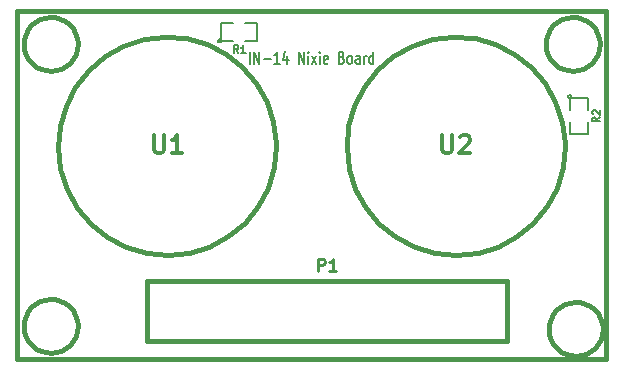
<source format=gto>
G04 (created by PCBNEW-RS274X (2011-04-29 BZR 2986)-stable) date 6/2/2011 10:57:15 PM*
G01*
G70*
G90*
%MOIN*%
G04 Gerber Fmt 3.4, Leading zero omitted, Abs format*
%FSLAX34Y34*%
G04 APERTURE LIST*
%ADD10C,0.006000*%
%ADD11C,0.015000*%
%ADD12C,0.007500*%
%ADD13C,0.005000*%
%ADD14C,0.010000*%
%ADD15C,0.012000*%
G04 APERTURE END LIST*
G54D10*
G54D11*
X07600Y-18600D02*
X27200Y-18600D01*
X07600Y-07000D02*
X27200Y-07000D01*
G54D12*
X15343Y-08762D02*
X15343Y-08362D01*
X15486Y-08762D02*
X15486Y-08362D01*
X15658Y-08762D01*
X15658Y-08362D01*
X15800Y-08610D02*
X16029Y-08610D01*
X16329Y-08762D02*
X16157Y-08762D01*
X16243Y-08762D02*
X16243Y-08362D01*
X16214Y-08419D01*
X16186Y-08457D01*
X16157Y-08476D01*
X16586Y-08495D02*
X16586Y-08762D01*
X16515Y-08343D02*
X16443Y-08629D01*
X16629Y-08629D01*
X16972Y-08762D02*
X16972Y-08362D01*
X17144Y-08762D01*
X17144Y-08362D01*
X17286Y-08762D02*
X17286Y-08495D01*
X17286Y-08362D02*
X17272Y-08381D01*
X17286Y-08400D01*
X17301Y-08381D01*
X17286Y-08362D01*
X17286Y-08400D01*
X17401Y-08762D02*
X17558Y-08495D01*
X17401Y-08495D02*
X17558Y-08762D01*
X17672Y-08762D02*
X17672Y-08495D01*
X17672Y-08362D02*
X17658Y-08381D01*
X17672Y-08400D01*
X17687Y-08381D01*
X17672Y-08362D01*
X17672Y-08400D01*
X17930Y-08743D02*
X17901Y-08762D01*
X17844Y-08762D01*
X17815Y-08743D01*
X17801Y-08705D01*
X17801Y-08552D01*
X17815Y-08514D01*
X17844Y-08495D01*
X17901Y-08495D01*
X17930Y-08514D01*
X17944Y-08552D01*
X17944Y-08590D01*
X17801Y-08629D01*
X18401Y-08552D02*
X18444Y-08571D01*
X18459Y-08590D01*
X18473Y-08629D01*
X18473Y-08686D01*
X18459Y-08724D01*
X18444Y-08743D01*
X18416Y-08762D01*
X18301Y-08762D01*
X18301Y-08362D01*
X18401Y-08362D01*
X18430Y-08381D01*
X18444Y-08400D01*
X18459Y-08438D01*
X18459Y-08476D01*
X18444Y-08514D01*
X18430Y-08533D01*
X18401Y-08552D01*
X18301Y-08552D01*
X18644Y-08762D02*
X18616Y-08743D01*
X18601Y-08724D01*
X18587Y-08686D01*
X18587Y-08571D01*
X18601Y-08533D01*
X18616Y-08514D01*
X18644Y-08495D01*
X18687Y-08495D01*
X18716Y-08514D01*
X18730Y-08533D01*
X18744Y-08571D01*
X18744Y-08686D01*
X18730Y-08724D01*
X18716Y-08743D01*
X18687Y-08762D01*
X18644Y-08762D01*
X19001Y-08762D02*
X19001Y-08552D01*
X18987Y-08514D01*
X18958Y-08495D01*
X18901Y-08495D01*
X18872Y-08514D01*
X19001Y-08743D02*
X18972Y-08762D01*
X18901Y-08762D01*
X18872Y-08743D01*
X18858Y-08705D01*
X18858Y-08667D01*
X18872Y-08629D01*
X18901Y-08610D01*
X18972Y-08610D01*
X19001Y-08590D01*
X19143Y-08762D02*
X19143Y-08495D01*
X19143Y-08571D02*
X19158Y-08533D01*
X19172Y-08514D01*
X19201Y-08495D01*
X19229Y-08495D01*
X19458Y-08762D02*
X19458Y-08362D01*
X19458Y-08743D02*
X19429Y-08762D01*
X19372Y-08762D01*
X19344Y-08743D01*
X19329Y-08724D01*
X19315Y-08686D01*
X19315Y-08571D01*
X19329Y-08533D01*
X19344Y-08514D01*
X19372Y-08495D01*
X19429Y-08495D01*
X19458Y-08514D01*
G54D11*
X07581Y-07000D02*
X07581Y-18600D01*
X27200Y-18600D02*
X27200Y-07000D01*
G54D13*
X14381Y-08000D02*
X14380Y-08009D01*
X14377Y-08019D01*
X14372Y-08027D01*
X14366Y-08035D01*
X14358Y-08041D01*
X14350Y-08046D01*
X14341Y-08048D01*
X14331Y-08049D01*
X14322Y-08049D01*
X14313Y-08046D01*
X14304Y-08041D01*
X14297Y-08035D01*
X14290Y-08028D01*
X14286Y-08019D01*
X14283Y-08010D01*
X14282Y-08000D01*
X14282Y-07991D01*
X14285Y-07982D01*
X14289Y-07973D01*
X14296Y-07966D01*
X14303Y-07959D01*
X14311Y-07955D01*
X14321Y-07952D01*
X14330Y-07951D01*
X14339Y-07951D01*
X14349Y-07954D01*
X14357Y-07958D01*
X14365Y-07964D01*
X14371Y-07972D01*
X14376Y-07980D01*
X14379Y-07989D01*
X14380Y-07999D01*
X14381Y-08000D01*
X14781Y-08000D02*
X14381Y-08000D01*
X14381Y-08000D02*
X14381Y-07400D01*
X14381Y-07400D02*
X14781Y-07400D01*
X15181Y-07400D02*
X15581Y-07400D01*
X15581Y-07400D02*
X15581Y-08000D01*
X15581Y-08000D02*
X15181Y-08000D01*
X26050Y-09850D02*
X26049Y-09859D01*
X26046Y-09869D01*
X26041Y-09877D01*
X26035Y-09885D01*
X26027Y-09891D01*
X26019Y-09896D01*
X26010Y-09898D01*
X26000Y-09899D01*
X25991Y-09899D01*
X25982Y-09896D01*
X25973Y-09891D01*
X25966Y-09885D01*
X25959Y-09878D01*
X25955Y-09869D01*
X25952Y-09860D01*
X25951Y-09850D01*
X25951Y-09841D01*
X25954Y-09832D01*
X25958Y-09823D01*
X25965Y-09816D01*
X25972Y-09809D01*
X25980Y-09805D01*
X25990Y-09802D01*
X25999Y-09801D01*
X26008Y-09801D01*
X26018Y-09804D01*
X26026Y-09808D01*
X26034Y-09814D01*
X26040Y-09822D01*
X26045Y-09830D01*
X26048Y-09839D01*
X26049Y-09849D01*
X26050Y-09850D01*
X26000Y-10300D02*
X26000Y-09900D01*
X26000Y-09900D02*
X26600Y-09900D01*
X26600Y-09900D02*
X26600Y-10300D01*
X26600Y-10700D02*
X26600Y-11100D01*
X26600Y-11100D02*
X26000Y-11100D01*
X26000Y-11100D02*
X26000Y-10700D01*
G54D11*
X11900Y-16000D02*
X11900Y-18000D01*
X11900Y-18000D02*
X23900Y-18000D01*
X23900Y-18000D02*
X23900Y-16000D01*
X23900Y-16000D02*
X11900Y-16000D01*
X27000Y-08100D02*
X26982Y-08274D01*
X26932Y-08442D01*
X26849Y-08598D01*
X26738Y-08734D01*
X26603Y-08846D01*
X26448Y-08929D01*
X26280Y-08981D01*
X26106Y-08999D01*
X25932Y-08984D01*
X25763Y-08934D01*
X25608Y-08853D01*
X25471Y-08743D01*
X25358Y-08608D01*
X25273Y-08454D01*
X25220Y-08287D01*
X25201Y-08112D01*
X25215Y-07938D01*
X25264Y-07769D01*
X25344Y-07613D01*
X25453Y-07475D01*
X25587Y-07361D01*
X25740Y-07276D01*
X25907Y-07221D01*
X26082Y-07201D01*
X26256Y-07214D01*
X26425Y-07261D01*
X26582Y-07341D01*
X26720Y-07449D01*
X26835Y-07582D01*
X26922Y-07734D01*
X26977Y-07901D01*
X26999Y-08075D01*
X27000Y-08100D01*
X27100Y-17600D02*
X27082Y-17774D01*
X27032Y-17942D01*
X26949Y-18098D01*
X26838Y-18234D01*
X26703Y-18346D01*
X26548Y-18429D01*
X26380Y-18481D01*
X26206Y-18499D01*
X26032Y-18484D01*
X25863Y-18434D01*
X25708Y-18353D01*
X25571Y-18243D01*
X25458Y-18108D01*
X25373Y-17954D01*
X25320Y-17787D01*
X25301Y-17612D01*
X25315Y-17438D01*
X25364Y-17269D01*
X25444Y-17113D01*
X25553Y-16975D01*
X25687Y-16861D01*
X25840Y-16776D01*
X26007Y-16721D01*
X26182Y-16701D01*
X26356Y-16714D01*
X26525Y-16761D01*
X26682Y-16841D01*
X26820Y-16949D01*
X26935Y-17082D01*
X27022Y-17234D01*
X27077Y-17401D01*
X27099Y-17575D01*
X27100Y-17600D01*
X09600Y-17500D02*
X09582Y-17674D01*
X09532Y-17842D01*
X09449Y-17998D01*
X09338Y-18134D01*
X09203Y-18246D01*
X09048Y-18329D01*
X08880Y-18381D01*
X08706Y-18399D01*
X08532Y-18384D01*
X08363Y-18334D01*
X08208Y-18253D01*
X08071Y-18143D01*
X07958Y-18008D01*
X07873Y-17854D01*
X07820Y-17687D01*
X07801Y-17512D01*
X07815Y-17338D01*
X07864Y-17169D01*
X07944Y-17013D01*
X08053Y-16875D01*
X08187Y-16761D01*
X08340Y-16676D01*
X08507Y-16621D01*
X08682Y-16601D01*
X08856Y-16614D01*
X09025Y-16661D01*
X09182Y-16741D01*
X09320Y-16849D01*
X09435Y-16982D01*
X09522Y-17134D01*
X09577Y-17301D01*
X09599Y-17475D01*
X09600Y-17500D01*
X09600Y-08100D02*
X09582Y-08274D01*
X09532Y-08442D01*
X09449Y-08598D01*
X09338Y-08734D01*
X09203Y-08846D01*
X09048Y-08929D01*
X08880Y-08981D01*
X08706Y-08999D01*
X08532Y-08984D01*
X08363Y-08934D01*
X08208Y-08853D01*
X08071Y-08743D01*
X07958Y-08608D01*
X07873Y-08454D01*
X07820Y-08287D01*
X07801Y-08112D01*
X07815Y-07938D01*
X07864Y-07769D01*
X07944Y-07613D01*
X08053Y-07475D01*
X08187Y-07361D01*
X08340Y-07276D01*
X08507Y-07221D01*
X08682Y-07201D01*
X08856Y-07214D01*
X09025Y-07261D01*
X09182Y-07341D01*
X09320Y-07449D01*
X09435Y-07582D01*
X09522Y-07734D01*
X09577Y-07901D01*
X09599Y-08075D01*
X09600Y-08100D01*
X16219Y-11500D02*
X16149Y-12206D01*
X15944Y-12886D01*
X15611Y-13513D01*
X15162Y-14063D01*
X14615Y-14516D01*
X13990Y-14853D01*
X13312Y-15063D01*
X12606Y-15137D01*
X11900Y-15073D01*
X11219Y-14873D01*
X10589Y-14544D01*
X10036Y-14099D01*
X09580Y-13555D01*
X09238Y-12933D01*
X09023Y-12256D01*
X08944Y-11550D01*
X09003Y-10844D01*
X09199Y-10161D01*
X09524Y-09530D01*
X09965Y-08973D01*
X10505Y-08513D01*
X11125Y-08167D01*
X11800Y-07947D01*
X12505Y-07863D01*
X13212Y-07918D01*
X13896Y-08109D01*
X14530Y-08429D01*
X15089Y-08866D01*
X15553Y-09403D01*
X15904Y-10021D01*
X16128Y-10695D01*
X16217Y-11399D01*
X16219Y-11500D01*
X25838Y-11500D02*
X25768Y-12206D01*
X25563Y-12886D01*
X25230Y-13513D01*
X24781Y-14063D01*
X24234Y-14516D01*
X23609Y-14853D01*
X22931Y-15063D01*
X22225Y-15137D01*
X21519Y-15073D01*
X20838Y-14873D01*
X20208Y-14544D01*
X19655Y-14099D01*
X19199Y-13555D01*
X18857Y-12933D01*
X18642Y-12256D01*
X18563Y-11550D01*
X18622Y-10844D01*
X18818Y-10161D01*
X19143Y-09530D01*
X19584Y-08973D01*
X20124Y-08513D01*
X20744Y-08167D01*
X21419Y-07947D01*
X22124Y-07863D01*
X22831Y-07918D01*
X23515Y-08109D01*
X24149Y-08429D01*
X24708Y-08866D01*
X25172Y-09403D01*
X25523Y-10021D01*
X25747Y-10695D01*
X25836Y-11399D01*
X25838Y-11500D01*
G54D13*
X14958Y-08401D02*
X14875Y-08282D01*
X14816Y-08401D02*
X14816Y-08151D01*
X14911Y-08151D01*
X14935Y-08163D01*
X14946Y-08175D01*
X14958Y-08199D01*
X14958Y-08235D01*
X14946Y-08258D01*
X14935Y-08270D01*
X14911Y-08282D01*
X14816Y-08282D01*
X15196Y-08401D02*
X15054Y-08401D01*
X15125Y-08401D02*
X15125Y-08151D01*
X15101Y-08187D01*
X15077Y-08211D01*
X15054Y-08223D01*
X27001Y-10542D02*
X26882Y-10625D01*
X27001Y-10684D02*
X26751Y-10684D01*
X26751Y-10589D01*
X26763Y-10565D01*
X26775Y-10554D01*
X26799Y-10542D01*
X26835Y-10542D01*
X26858Y-10554D01*
X26870Y-10565D01*
X26882Y-10589D01*
X26882Y-10684D01*
X26775Y-10446D02*
X26763Y-10434D01*
X26751Y-10411D01*
X26751Y-10351D01*
X26763Y-10327D01*
X26775Y-10315D01*
X26799Y-10304D01*
X26823Y-10304D01*
X26858Y-10315D01*
X27001Y-10458D01*
X27001Y-10304D01*
G54D14*
X17605Y-15662D02*
X17605Y-15262D01*
X17758Y-15262D01*
X17796Y-15281D01*
X17815Y-15300D01*
X17834Y-15338D01*
X17834Y-15395D01*
X17815Y-15433D01*
X17796Y-15452D01*
X17758Y-15471D01*
X17605Y-15471D01*
X18215Y-15662D02*
X17986Y-15662D01*
X18100Y-15662D02*
X18100Y-15262D01*
X18062Y-15319D01*
X18024Y-15357D01*
X17986Y-15376D01*
G54D15*
X12143Y-11143D02*
X12143Y-11629D01*
X12171Y-11686D01*
X12200Y-11714D01*
X12257Y-11743D01*
X12371Y-11743D01*
X12429Y-11714D01*
X12457Y-11686D01*
X12486Y-11629D01*
X12486Y-11143D01*
X13086Y-11743D02*
X12743Y-11743D01*
X12915Y-11743D02*
X12915Y-11143D01*
X12858Y-11229D01*
X12800Y-11286D01*
X12743Y-11314D01*
X21743Y-11143D02*
X21743Y-11629D01*
X21771Y-11686D01*
X21800Y-11714D01*
X21857Y-11743D01*
X21971Y-11743D01*
X22029Y-11714D01*
X22057Y-11686D01*
X22086Y-11629D01*
X22086Y-11143D01*
X22343Y-11200D02*
X22372Y-11171D01*
X22429Y-11143D01*
X22572Y-11143D01*
X22629Y-11171D01*
X22658Y-11200D01*
X22686Y-11257D01*
X22686Y-11314D01*
X22658Y-11400D01*
X22315Y-11743D01*
X22686Y-11743D01*
M02*

</source>
